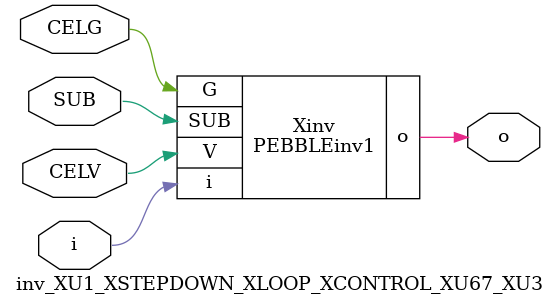
<source format=v>



module PEBBLEinv1 ( o, G, SUB, V, i );

  input V;
  input i;
  input G;
  output o;
  input SUB;
endmodule

//Celera Confidential Do Not Copy inv_XU1_XSTEPDOWN_XLOOP_XCONTROL_XU67_XU3
//Celera Confidential Symbol Generator
//5V Inverter
module inv_XU1_XSTEPDOWN_XLOOP_XCONTROL_XU67_XU3 (CELV,CELG,i,o,SUB);
input CELV;
input CELG;
input i;
input SUB;
output o;

//Celera Confidential Do Not Copy inv
PEBBLEinv1 Xinv(
.V (CELV),
.i (i),
.o (o),
.SUB (SUB),
.G (CELG)
);
//,diesize,PEBBLEinv1

//Celera Confidential Do Not Copy Module End
//Celera Schematic Generator
endmodule

</source>
